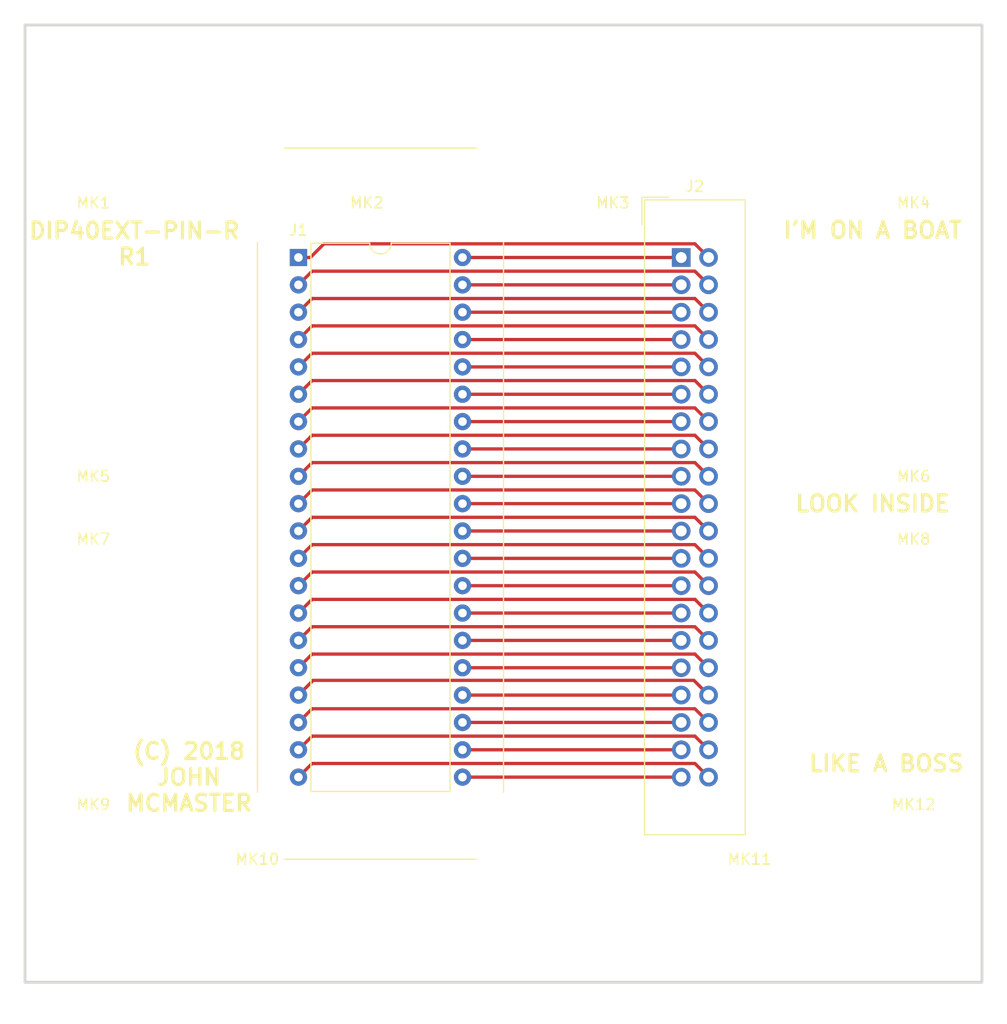
<source format=kicad_pcb>
(kicad_pcb (version 4) (host pcbnew 4.0.7-e2-6376~58~ubuntu16.04.1)

  (general
    (links 40)
    (no_connects 0)
    (area 22.922599 22.922599 116.777401 118.3774)
    (thickness 1.6)
    (drawings 9)
    (tracks 99)
    (zones 0)
    (modules 14)
    (nets 41)
  )

  (page A4)
  (layers
    (0 F.Cu signal)
    (31 B.Cu signal)
    (32 B.Adhes user)
    (33 F.Adhes user)
    (34 B.Paste user)
    (35 F.Paste user)
    (36 B.SilkS user)
    (37 F.SilkS user)
    (38 B.Mask user)
    (39 F.Mask user)
    (40 Dwgs.User user)
    (41 Cmts.User user)
    (42 Eco1.User user)
    (43 Eco2.User user)
    (44 Edge.Cuts user)
    (45 Margin user)
    (46 B.CrtYd user)
    (47 F.CrtYd user)
    (48 B.Fab user)
    (49 F.Fab user)
  )

  (setup
    (last_trace_width 0.3048)
    (trace_clearance 0.1524)
    (zone_clearance 0.508)
    (zone_45_only no)
    (trace_min 0.1524)
    (segment_width 0.2)
    (edge_width 0.00254)
    (via_size 0.6858)
    (via_drill 0.3302)
    (via_min_size 0.508)
    (via_min_drill 0.254)
    (uvia_size 0.6858)
    (uvia_drill 0.3302)
    (uvias_allowed no)
    (uvia_min_size 0)
    (uvia_min_drill 0)
    (pcb_text_width 0.3)
    (pcb_text_size 1.5 1.5)
    (mod_edge_width 0.15)
    (mod_text_size 1 1)
    (mod_text_width 0.15)
    (pad_size 3.175 3.175)
    (pad_drill 3.175)
    (pad_to_mask_clearance 0)
    (aux_axis_origin 0 0)
    (visible_elements 7FFFFFFF)
    (pcbplotparams
      (layerselection 0x010f0_80000001)
      (usegerberextensions false)
      (excludeedgelayer true)
      (linewidth 0.100000)
      (plotframeref false)
      (viasonmask false)
      (mode 1)
      (useauxorigin false)
      (hpglpennumber 1)
      (hpglpenspeed 20)
      (hpglpendiameter 15)
      (hpglpenoverlay 2)
      (psnegative false)
      (psa4output false)
      (plotreference true)
      (plotvalue true)
      (plotinvisibletext false)
      (padsonsilk false)
      (subtractmaskfromsilk false)
      (outputformat 1)
      (mirror false)
      (drillshape 0)
      (scaleselection 1)
      (outputdirectory dipext-pin-r_r1))
  )

  (net 0 "")
  (net 1 /P1)
  (net 2 /P21)
  (net 3 /P2)
  (net 4 /P22)
  (net 5 /P3)
  (net 6 /P23)
  (net 7 /P4)
  (net 8 /P24)
  (net 9 /P5)
  (net 10 /P25)
  (net 11 /P6)
  (net 12 /P26)
  (net 13 /P7)
  (net 14 /P27)
  (net 15 /P8)
  (net 16 /P28)
  (net 17 /P9)
  (net 18 /P29)
  (net 19 /P10)
  (net 20 /P30)
  (net 21 /P11)
  (net 22 /P31)
  (net 23 /P12)
  (net 24 /P32)
  (net 25 /P13)
  (net 26 /P33)
  (net 27 /P14)
  (net 28 /P34)
  (net 29 /P15)
  (net 30 /P35)
  (net 31 /P16)
  (net 32 /P36)
  (net 33 /P17)
  (net 34 /P37)
  (net 35 /P18)
  (net 36 /P38)
  (net 37 /P19)
  (net 38 /P39)
  (net 39 /P20)
  (net 40 /P40)

  (net_class Default "To jest domyślna klasa połączeń."
    (clearance 0.1524)
    (trace_width 0.3048)
    (via_dia 0.6858)
    (via_drill 0.3302)
    (uvia_dia 0.6858)
    (uvia_drill 0.3302)
    (add_net /P1)
    (add_net /P10)
    (add_net /P11)
    (add_net /P12)
    (add_net /P13)
    (add_net /P14)
    (add_net /P15)
    (add_net /P16)
    (add_net /P17)
    (add_net /P18)
    (add_net /P19)
    (add_net /P2)
    (add_net /P20)
    (add_net /P21)
    (add_net /P22)
    (add_net /P23)
    (add_net /P24)
    (add_net /P25)
    (add_net /P26)
    (add_net /P27)
    (add_net /P28)
    (add_net /P29)
    (add_net /P3)
    (add_net /P30)
    (add_net /P31)
    (add_net /P32)
    (add_net /P33)
    (add_net /P34)
    (add_net /P35)
    (add_net /P36)
    (add_net /P37)
    (add_net /P38)
    (add_net /P39)
    (add_net /P4)
    (add_net /P40)
    (add_net /P5)
    (add_net /P6)
    (add_net /P7)
    (add_net /P8)
    (add_net /P9)
  )

  (module Mounting_Holes:MountingHole_8.4mm_M8 (layer F.Cu) (tedit 5B73A4D4) (tstamp 5B73A484)
    (at 82.55 107.95)
    (descr "Mounting Hole 8.4mm, no annular, M8")
    (tags "mounting hole 8.4mm no annular m8")
    (path /5B73A7D6)
    (attr virtual)
    (fp_text reference MK11 (at 10.16 -5.08) (layer F.SilkS)
      (effects (font (size 1 1) (thickness 0.15)))
    )
    (fp_text value Mounting_Hole (at 0 9.4) (layer F.Fab)
      (effects (font (size 1 1) (thickness 0.15)))
    )
    (fp_text user %R (at 0.3 0) (layer F.Fab)
      (effects (font (size 1 1) (thickness 0.15)))
    )
    (fp_circle (center 0 0) (end 8.4 0) (layer Cmts.User) (width 0.15))
    (fp_circle (center 0 0) (end 8.65 0) (layer F.CrtYd) (width 0.05))
    (pad 1 np_thru_hole circle (at 0 0) (size 8.4 8.4) (drill 8.4) (layers *.Cu *.Mask))
  )

  (module Mounting_Holes:MountingHole_8.4mm_M8 (layer F.Cu) (tedit 5B73A4D0) (tstamp 5B73A480)
    (at 57.15 107.95)
    (descr "Mounting Hole 8.4mm, no annular, M8")
    (tags "mounting hole 8.4mm no annular m8")
    (path /5B73A7D0)
    (attr virtual)
    (fp_text reference MK10 (at -10.16 -5.08) (layer F.SilkS)
      (effects (font (size 1 1) (thickness 0.15)))
    )
    (fp_text value Mounting_Hole (at 0 9.4) (layer F.Fab)
      (effects (font (size 1 1) (thickness 0.15)))
    )
    (fp_text user %R (at 0.3 0) (layer F.Fab)
      (effects (font (size 1 1) (thickness 0.15)))
    )
    (fp_circle (center 0 0) (end 8.4 0) (layer Cmts.User) (width 0.15))
    (fp_circle (center 0 0) (end 8.65 0) (layer F.CrtYd) (width 0.05))
    (pad 1 np_thru_hole circle (at 0 0) (size 8.4 8.4) (drill 8.4) (layers *.Cu *.Mask))
  )

  (module Mounting_Holes:MountingHole_8.4mm_M8 (layer F.Cu) (tedit 56D1B4CB) (tstamp 5B73A466)
    (at 107.95 82.55)
    (descr "Mounting Hole 8.4mm, no annular, M8")
    (tags "mounting hole 8.4mm no annular m8")
    (path /5B73A526)
    (attr virtual)
    (fp_text reference MK8 (at 0 -9.4) (layer F.SilkS)
      (effects (font (size 1 1) (thickness 0.15)))
    )
    (fp_text value Mounting_Hole (at 0 9.4) (layer F.Fab)
      (effects (font (size 1 1) (thickness 0.15)))
    )
    (fp_text user %R (at 0.3 0) (layer F.Fab)
      (effects (font (size 1 1) (thickness 0.15)))
    )
    (fp_circle (center 0 0) (end 8.4 0) (layer Cmts.User) (width 0.15))
    (fp_circle (center 0 0) (end 8.65 0) (layer F.CrtYd) (width 0.05))
    (pad 1 np_thru_hole circle (at 0 0) (size 8.4 8.4) (drill 8.4) (layers *.Cu *.Mask))
  )

  (module Mounting_Holes:MountingHole_8.4mm_M8 (layer F.Cu) (tedit 5B73A4BD) (tstamp 5B73A462)
    (at 107.95 57.15)
    (descr "Mounting Hole 8.4mm, no annular, M8")
    (tags "mounting hole 8.4mm no annular m8")
    (path /5B73A51A)
    (attr virtual)
    (fp_text reference MK6 (at 0 10.16) (layer F.SilkS)
      (effects (font (size 1 1) (thickness 0.15)))
    )
    (fp_text value Mounting_Hole (at 0 9.4) (layer F.Fab)
      (effects (font (size 1 1) (thickness 0.15)))
    )
    (fp_text user %R (at 0.3 0) (layer F.Fab)
      (effects (font (size 1 1) (thickness 0.15)))
    )
    (fp_circle (center 0 0) (end 8.4 0) (layer Cmts.User) (width 0.15))
    (fp_circle (center 0 0) (end 8.65 0) (layer F.CrtYd) (width 0.05))
    (pad 1 np_thru_hole circle (at 0 0) (size 8.4 8.4) (drill 8.4) (layers *.Cu *.Mask))
  )

  (module lib:aries_40-6554-10_DIP-40_W15.24mm_ZIF (layer F.Cu) (tedit 5B738C49) (tstamp 5B69CD01)
    (at 50.8 46.99)
    (descr "40-lead though-hole mounted DIP package, row spacing 15.24 mm (600 mils), Socket")
    (tags "THT DIP DIL PDIP 2.54mm 15.24mm 600mil Socket")
    (path /5B698498)
    (fp_text reference J1 (at 0 -2.54) (layer F.SilkS)
      (effects (font (size 1 1) (thickness 0.15)))
    )
    (fp_text value ZIF (at 7.62 50.59) (layer F.Fab)
      (effects (font (size 1 1) (thickness 0.15)))
    )
    (fp_arc (start 7.62 -1.33) (end 6.62 -1.33) (angle -180) (layer F.SilkS) (width 0.12))
    (fp_line (start 1.255 -1.27) (end 14.985 -1.27) (layer F.Fab) (width 0.1))
    (fp_line (start 14.985 -1.27) (end 14.985 49.53) (layer F.Fab) (width 0.1))
    (fp_line (start 14.985 49.53) (end 0.255 49.53) (layer F.Fab) (width 0.1))
    (fp_line (start 0.255 49.53) (end 0.255 -0.27) (layer F.Fab) (width 0.1))
    (fp_line (start 0.255 -0.27) (end 1.255 -1.27) (layer F.Fab) (width 0.1))
    (fp_line (start -1.27 -1.33) (end -1.27 49.59) (layer F.Fab) (width 0.1))
    (fp_line (start -1.27 49.59) (end 16.51 49.59) (layer F.Fab) (width 0.1))
    (fp_line (start 16.51 49.59) (end 16.51 -1.33) (layer F.Fab) (width 0.1))
    (fp_line (start 16.51 -1.33) (end -1.27 -1.33) (layer F.Fab) (width 0.1))
    (fp_line (start 6.62 -1.33) (end 1.16 -1.33) (layer F.SilkS) (width 0.12))
    (fp_line (start 1.16 -1.33) (end 1.16 49.59) (layer F.SilkS) (width 0.12))
    (fp_line (start 1.16 49.59) (end 14.08 49.59) (layer F.SilkS) (width 0.12))
    (fp_line (start 14.08 49.59) (end 14.08 -1.33) (layer F.SilkS) (width 0.12))
    (fp_line (start 14.08 -1.33) (end 8.62 -1.33) (layer F.SilkS) (width 0.12))
    (fp_line (start -3.81 -1.39) (end -3.81 49.65) (layer F.SilkS) (width 0.12))
    (fp_line (start -1.33 55.88) (end 16.57 55.88) (layer F.SilkS) (width 0.12))
    (fp_line (start 19.05 49.65) (end 19.05 -1.39) (layer F.SilkS) (width 0.12))
    (fp_line (start 16.57 -10.16) (end -1.33 -10.16) (layer F.SilkS) (width 0.12))
    (fp_line (start -1.55 -1.6) (end -1.55 49.85) (layer F.CrtYd) (width 0.05))
    (fp_line (start -1.55 49.85) (end 16.8 49.85) (layer F.CrtYd) (width 0.05))
    (fp_line (start 16.8 49.85) (end 16.8 -1.6) (layer F.CrtYd) (width 0.05))
    (fp_line (start 16.8 -1.6) (end -1.55 -1.6) (layer F.CrtYd) (width 0.05))
    (fp_text user %R (at 7.62 24.13) (layer F.Fab)
      (effects (font (size 1 1) (thickness 0.15)))
    )
    (pad 1 thru_hole rect (at 0 0) (size 1.6 1.6) (drill 0.8) (layers *.Cu *.Mask)
      (net 1 /P1))
    (pad 21 thru_hole oval (at 15.24 48.26) (size 1.6 1.6) (drill 0.8) (layers *.Cu *.Mask)
      (net 2 /P21))
    (pad 2 thru_hole oval (at 0 2.54) (size 1.6 1.6) (drill 0.8) (layers *.Cu *.Mask)
      (net 3 /P2))
    (pad 22 thru_hole oval (at 15.24 45.72) (size 1.6 1.6) (drill 0.8) (layers *.Cu *.Mask)
      (net 4 /P22))
    (pad 3 thru_hole oval (at 0 5.08) (size 1.6 1.6) (drill 0.8) (layers *.Cu *.Mask)
      (net 5 /P3))
    (pad 23 thru_hole oval (at 15.24 43.18) (size 1.6 1.6) (drill 0.8) (layers *.Cu *.Mask)
      (net 6 /P23))
    (pad 4 thru_hole oval (at 0 7.62) (size 1.6 1.6) (drill 0.8) (layers *.Cu *.Mask)
      (net 7 /P4))
    (pad 24 thru_hole oval (at 15.24 40.64) (size 1.6 1.6) (drill 0.8) (layers *.Cu *.Mask)
      (net 8 /P24))
    (pad 5 thru_hole oval (at 0 10.16) (size 1.6 1.6) (drill 0.8) (layers *.Cu *.Mask)
      (net 9 /P5))
    (pad 25 thru_hole oval (at 15.24 38.1) (size 1.6 1.6) (drill 0.8) (layers *.Cu *.Mask)
      (net 10 /P25))
    (pad 6 thru_hole oval (at 0 12.7) (size 1.6 1.6) (drill 0.8) (layers *.Cu *.Mask)
      (net 11 /P6))
    (pad 26 thru_hole oval (at 15.24 35.56) (size 1.6 1.6) (drill 0.8) (layers *.Cu *.Mask)
      (net 12 /P26))
    (pad 7 thru_hole oval (at 0 15.24) (size 1.6 1.6) (drill 0.8) (layers *.Cu *.Mask)
      (net 13 /P7))
    (pad 27 thru_hole oval (at 15.24 33.02) (size 1.6 1.6) (drill 0.8) (layers *.Cu *.Mask)
      (net 14 /P27))
    (pad 8 thru_hole oval (at 0 17.78) (size 1.6 1.6) (drill 0.8) (layers *.Cu *.Mask)
      (net 15 /P8))
    (pad 28 thru_hole oval (at 15.24 30.48) (size 1.6 1.6) (drill 0.8) (layers *.Cu *.Mask)
      (net 16 /P28))
    (pad 9 thru_hole oval (at 0 20.32) (size 1.6 1.6) (drill 0.8) (layers *.Cu *.Mask)
      (net 17 /P9))
    (pad 29 thru_hole oval (at 15.24 27.94) (size 1.6 1.6) (drill 0.8) (layers *.Cu *.Mask)
      (net 18 /P29))
    (pad 10 thru_hole oval (at 0 22.86) (size 1.6 1.6) (drill 0.8) (layers *.Cu *.Mask)
      (net 19 /P10))
    (pad 30 thru_hole oval (at 15.24 25.4) (size 1.6 1.6) (drill 0.8) (layers *.Cu *.Mask)
      (net 20 /P30))
    (pad 11 thru_hole oval (at 0 25.4) (size 1.6 1.6) (drill 0.8) (layers *.Cu *.Mask)
      (net 21 /P11))
    (pad 31 thru_hole oval (at 15.24 22.86) (size 1.6 1.6) (drill 0.8) (layers *.Cu *.Mask)
      (net 22 /P31))
    (pad 12 thru_hole oval (at 0 27.94) (size 1.6 1.6) (drill 0.8) (layers *.Cu *.Mask)
      (net 23 /P12))
    (pad 32 thru_hole oval (at 15.24 20.32) (size 1.6 1.6) (drill 0.8) (layers *.Cu *.Mask)
      (net 24 /P32))
    (pad 13 thru_hole oval (at 0 30.48) (size 1.6 1.6) (drill 0.8) (layers *.Cu *.Mask)
      (net 25 /P13))
    (pad 33 thru_hole oval (at 15.24 17.78) (size 1.6 1.6) (drill 0.8) (layers *.Cu *.Mask)
      (net 26 /P33))
    (pad 14 thru_hole oval (at 0 33.02) (size 1.6 1.6) (drill 0.8) (layers *.Cu *.Mask)
      (net 27 /P14))
    (pad 34 thru_hole oval (at 15.24 15.24) (size 1.6 1.6) (drill 0.8) (layers *.Cu *.Mask)
      (net 28 /P34))
    (pad 15 thru_hole oval (at 0 35.56) (size 1.6 1.6) (drill 0.8) (layers *.Cu *.Mask)
      (net 29 /P15))
    (pad 35 thru_hole oval (at 15.24 12.7) (size 1.6 1.6) (drill 0.8) (layers *.Cu *.Mask)
      (net 30 /P35))
    (pad 16 thru_hole oval (at 0 38.1) (size 1.6 1.6) (drill 0.8) (layers *.Cu *.Mask)
      (net 31 /P16))
    (pad 36 thru_hole oval (at 15.24 10.16) (size 1.6 1.6) (drill 0.8) (layers *.Cu *.Mask)
      (net 32 /P36))
    (pad 17 thru_hole oval (at 0 40.64) (size 1.6 1.6) (drill 0.8) (layers *.Cu *.Mask)
      (net 33 /P17))
    (pad 37 thru_hole oval (at 15.24 7.62) (size 1.6 1.6) (drill 0.8) (layers *.Cu *.Mask)
      (net 34 /P37))
    (pad 18 thru_hole oval (at 0 43.18) (size 1.6 1.6) (drill 0.8) (layers *.Cu *.Mask)
      (net 35 /P18))
    (pad 38 thru_hole oval (at 15.24 5.08) (size 1.6 1.6) (drill 0.8) (layers *.Cu *.Mask)
      (net 36 /P38))
    (pad 19 thru_hole oval (at 0 45.72) (size 1.6 1.6) (drill 0.8) (layers *.Cu *.Mask)
      (net 37 /P19))
    (pad 39 thru_hole oval (at 15.24 2.54) (size 1.6 1.6) (drill 0.8) (layers *.Cu *.Mask)
      (net 38 /P39))
    (pad 20 thru_hole oval (at 0 48.26) (size 1.6 1.6) (drill 0.8) (layers *.Cu *.Mask)
      (net 39 /P20))
    (pad 40 thru_hole oval (at 15.24 0) (size 1.6 1.6) (drill 0.8) (layers *.Cu *.Mask)
      (net 40 /P40))
    (model ${KISYS3DMOD}/Housings_DIP.3dshapes/DIP-40_W15.24mm_Socket.wrl
      (at (xyz 0 0 0))
      (scale (xyz 1 1 1))
      (rotate (xyz 0 0 0))
    )
  )

  (module Mounting_Holes:MountingHole_8.4mm_M8 (layer F.Cu) (tedit 56D1B4CB) (tstamp 5B738F30)
    (at 31.75 31.75)
    (descr "Mounting Hole 8.4mm, no annular, M8")
    (tags "mounting hole 8.4mm no annular m8")
    (path /5B7391AD)
    (attr virtual)
    (fp_text reference MK1 (at 0 10.16) (layer F.SilkS)
      (effects (font (size 1 1) (thickness 0.15)))
    )
    (fp_text value Mounting_Hole (at 0 9.4) (layer F.Fab)
      (effects (font (size 1 1) (thickness 0.15)))
    )
    (fp_text user %R (at 0.3 0) (layer F.Fab)
      (effects (font (size 1 1) (thickness 0.15)))
    )
    (fp_circle (center 0 0) (end 8.4 0) (layer Cmts.User) (width 0.15))
    (fp_circle (center 0 0) (end 8.65 0) (layer F.CrtYd) (width 0.05))
    (pad 1 np_thru_hole circle (at 0 0) (size 8.4 8.4) (drill 8.4) (layers *.Cu *.Mask))
  )

  (module Mounting_Holes:MountingHole_8.4mm_M8 (layer F.Cu) (tedit 5B73A41E) (tstamp 5B738F35)
    (at 107.95 31.75)
    (descr "Mounting Hole 8.4mm, no annular, M8")
    (tags "mounting hole 8.4mm no annular m8")
    (path /5B739268)
    (attr virtual)
    (fp_text reference MK4 (at 0 10.16) (layer F.SilkS)
      (effects (font (size 1 1) (thickness 0.15)))
    )
    (fp_text value Mounting_Hole (at 0 9.4) (layer F.Fab)
      (effects (font (size 1 1) (thickness 0.15)))
    )
    (fp_text user %R (at 0.3 0) (layer F.Fab)
      (effects (font (size 1 1) (thickness 0.15)))
    )
    (fp_circle (center 0 0) (end 8.4 0) (layer Cmts.User) (width 0.15))
    (fp_circle (center 0 0) (end 8.65 0) (layer F.CrtYd) (width 0.05))
    (pad 1 np_thru_hole circle (at 0 0) (size 8.4 8.4) (drill 8.4) (layers *.Cu *.Mask))
  )

  (module Mounting_Holes:MountingHole_8.4mm_M8 (layer F.Cu) (tedit 5B73A4CC) (tstamp 5B738F3A)
    (at 31.75 107.95)
    (descr "Mounting Hole 8.4mm, no annular, M8")
    (tags "mounting hole 8.4mm no annular m8")
    (path /5B73A7CA)
    (attr virtual)
    (fp_text reference MK9 (at 0 -10.16) (layer F.SilkS)
      (effects (font (size 1 1) (thickness 0.15)))
    )
    (fp_text value Mounting_Hole (at 0 9.4) (layer F.Fab)
      (effects (font (size 1 1) (thickness 0.15)))
    )
    (fp_text user %R (at 0.3 0) (layer F.Fab)
      (effects (font (size 1 1) (thickness 0.15)))
    )
    (fp_circle (center 0 0) (end 8.4 0) (layer Cmts.User) (width 0.15))
    (fp_circle (center 0 0) (end 8.65 0) (layer F.CrtYd) (width 0.05))
    (pad 1 np_thru_hole circle (at 0 0) (size 8.4 8.4) (drill 8.4) (layers *.Cu *.Mask))
  )

  (module Mounting_Holes:MountingHole_8.4mm_M8 (layer F.Cu) (tedit 5B73A4D8) (tstamp 5B738F3F)
    (at 107.95 107.95)
    (descr "Mounting Hole 8.4mm, no annular, M8")
    (tags "mounting hole 8.4mm no annular m8")
    (path /5B73A7DC)
    (attr virtual)
    (fp_text reference MK12 (at 0 -10.16) (layer F.SilkS)
      (effects (font (size 1 1) (thickness 0.15)))
    )
    (fp_text value Mounting_Hole (at 0 9.4) (layer F.Fab)
      (effects (font (size 1 1) (thickness 0.15)))
    )
    (fp_text user %R (at 0.3 0) (layer F.Fab)
      (effects (font (size 1 1) (thickness 0.15)))
    )
    (fp_circle (center 0 0) (end 8.4 0) (layer Cmts.User) (width 0.15))
    (fp_circle (center 0 0) (end 8.65 0) (layer F.CrtYd) (width 0.05))
    (pad 1 np_thru_hole circle (at 0 0) (size 8.4 8.4) (drill 8.4) (layers *.Cu *.Mask))
  )

  (module Connectors_IDC:IDC-Header_2x20_Pitch2.54mm_Straight (layer F.Cu) (tedit 59DE12BE) (tstamp 5B739DD2)
    (at 86.36 46.99)
    (descr "40 pins through hole IDC header")
    (tags "IDC header socket VASCH")
    (path /5B73A17E)
    (fp_text reference J2 (at 1.27 -6.604) (layer F.SilkS)
      (effects (font (size 1 1) (thickness 0.15)))
    )
    (fp_text value IDC40 (at 1.27 54.864) (layer F.Fab)
      (effects (font (size 1 1) (thickness 0.15)))
    )
    (fp_text user %R (at 1.27 24.13) (layer F.Fab)
      (effects (font (size 1 1) (thickness 0.15)))
    )
    (fp_line (start 5.695 -5.1) (end 5.695 53.36) (layer F.Fab) (width 0.1))
    (fp_line (start 5.145 -4.56) (end 5.145 52.8) (layer F.Fab) (width 0.1))
    (fp_line (start -3.155 -5.1) (end -3.155 53.36) (layer F.Fab) (width 0.1))
    (fp_line (start -2.605 -4.56) (end -2.605 21.88) (layer F.Fab) (width 0.1))
    (fp_line (start -2.605 26.38) (end -2.605 52.8) (layer F.Fab) (width 0.1))
    (fp_line (start -2.605 21.88) (end -3.155 21.88) (layer F.Fab) (width 0.1))
    (fp_line (start -2.605 26.38) (end -3.155 26.38) (layer F.Fab) (width 0.1))
    (fp_line (start 5.695 -5.1) (end -3.155 -5.1) (layer F.Fab) (width 0.1))
    (fp_line (start 5.145 -4.56) (end -2.605 -4.56) (layer F.Fab) (width 0.1))
    (fp_line (start 5.695 53.36) (end -3.155 53.36) (layer F.Fab) (width 0.1))
    (fp_line (start 5.145 52.8) (end -2.605 52.8) (layer F.Fab) (width 0.1))
    (fp_line (start 5.695 -5.1) (end 5.145 -4.56) (layer F.Fab) (width 0.1))
    (fp_line (start 5.695 53.36) (end 5.145 52.8) (layer F.Fab) (width 0.1))
    (fp_line (start -3.155 -5.1) (end -2.605 -4.56) (layer F.Fab) (width 0.1))
    (fp_line (start -3.155 53.36) (end -2.605 52.8) (layer F.Fab) (width 0.1))
    (fp_line (start 6.2 -5.85) (end 6.2 53.86) (layer F.CrtYd) (width 0.05))
    (fp_line (start 6.2 53.86) (end -3.91 53.86) (layer F.CrtYd) (width 0.05))
    (fp_line (start -3.91 53.86) (end -3.91 -5.85) (layer F.CrtYd) (width 0.05))
    (fp_line (start -3.91 -5.85) (end 6.2 -5.85) (layer F.CrtYd) (width 0.05))
    (fp_line (start 5.945 -5.35) (end 5.945 53.61) (layer F.SilkS) (width 0.12))
    (fp_line (start 5.945 53.61) (end -3.405 53.61) (layer F.SilkS) (width 0.12))
    (fp_line (start -3.405 53.61) (end -3.405 -5.35) (layer F.SilkS) (width 0.12))
    (fp_line (start -3.405 -5.35) (end 5.945 -5.35) (layer F.SilkS) (width 0.12))
    (fp_line (start -3.655 -5.6) (end -3.655 -3.06) (layer F.SilkS) (width 0.12))
    (fp_line (start -3.655 -5.6) (end -1.115 -5.6) (layer F.SilkS) (width 0.12))
    (pad 1 thru_hole rect (at 0 0) (size 1.7272 1.7272) (drill 1.016) (layers *.Cu *.Mask)
      (net 40 /P40))
    (pad 2 thru_hole oval (at 2.54 0) (size 1.7272 1.7272) (drill 1.016) (layers *.Cu *.Mask)
      (net 1 /P1))
    (pad 3 thru_hole oval (at 0 2.54) (size 1.7272 1.7272) (drill 1.016) (layers *.Cu *.Mask)
      (net 38 /P39))
    (pad 4 thru_hole oval (at 2.54 2.54) (size 1.7272 1.7272) (drill 1.016) (layers *.Cu *.Mask)
      (net 3 /P2))
    (pad 5 thru_hole oval (at 0 5.08) (size 1.7272 1.7272) (drill 1.016) (layers *.Cu *.Mask)
      (net 36 /P38))
    (pad 6 thru_hole oval (at 2.54 5.08) (size 1.7272 1.7272) (drill 1.016) (layers *.Cu *.Mask)
      (net 5 /P3))
    (pad 7 thru_hole oval (at 0 7.62) (size 1.7272 1.7272) (drill 1.016) (layers *.Cu *.Mask)
      (net 34 /P37))
    (pad 8 thru_hole oval (at 2.54 7.62) (size 1.7272 1.7272) (drill 1.016) (layers *.Cu *.Mask)
      (net 7 /P4))
    (pad 9 thru_hole oval (at 0 10.16) (size 1.7272 1.7272) (drill 1.016) (layers *.Cu *.Mask)
      (net 32 /P36))
    (pad 10 thru_hole oval (at 2.54 10.16) (size 1.7272 1.7272) (drill 1.016) (layers *.Cu *.Mask)
      (net 9 /P5))
    (pad 11 thru_hole oval (at 0 12.7) (size 1.7272 1.7272) (drill 1.016) (layers *.Cu *.Mask)
      (net 30 /P35))
    (pad 12 thru_hole oval (at 2.54 12.7) (size 1.7272 1.7272) (drill 1.016) (layers *.Cu *.Mask)
      (net 11 /P6))
    (pad 13 thru_hole oval (at 0 15.24) (size 1.7272 1.7272) (drill 1.016) (layers *.Cu *.Mask)
      (net 28 /P34))
    (pad 14 thru_hole oval (at 2.54 15.24) (size 1.7272 1.7272) (drill 1.016) (layers *.Cu *.Mask)
      (net 13 /P7))
    (pad 15 thru_hole oval (at 0 17.78) (size 1.7272 1.7272) (drill 1.016) (layers *.Cu *.Mask)
      (net 26 /P33))
    (pad 16 thru_hole oval (at 2.54 17.78) (size 1.7272 1.7272) (drill 1.016) (layers *.Cu *.Mask)
      (net 15 /P8))
    (pad 17 thru_hole oval (at 0 20.32) (size 1.7272 1.7272) (drill 1.016) (layers *.Cu *.Mask)
      (net 24 /P32))
    (pad 18 thru_hole oval (at 2.54 20.32) (size 1.7272 1.7272) (drill 1.016) (layers *.Cu *.Mask)
      (net 17 /P9))
    (pad 19 thru_hole oval (at 0 22.86) (size 1.7272 1.7272) (drill 1.016) (layers *.Cu *.Mask)
      (net 22 /P31))
    (pad 20 thru_hole oval (at 2.54 22.86) (size 1.7272 1.7272) (drill 1.016) (layers *.Cu *.Mask)
      (net 19 /P10))
    (pad 21 thru_hole oval (at 0 25.4) (size 1.7272 1.7272) (drill 1.016) (layers *.Cu *.Mask)
      (net 20 /P30))
    (pad 22 thru_hole oval (at 2.54 25.4) (size 1.7272 1.7272) (drill 1.016) (layers *.Cu *.Mask)
      (net 21 /P11))
    (pad 23 thru_hole oval (at 0 27.94) (size 1.7272 1.7272) (drill 1.016) (layers *.Cu *.Mask)
      (net 18 /P29))
    (pad 24 thru_hole oval (at 2.54 27.94) (size 1.7272 1.7272) (drill 1.016) (layers *.Cu *.Mask)
      (net 23 /P12))
    (pad 25 thru_hole oval (at 0 30.48) (size 1.7272 1.7272) (drill 1.016) (layers *.Cu *.Mask)
      (net 16 /P28))
    (pad 26 thru_hole oval (at 2.54 30.48) (size 1.7272 1.7272) (drill 1.016) (layers *.Cu *.Mask)
      (net 25 /P13))
    (pad 27 thru_hole oval (at 0 33.02) (size 1.7272 1.7272) (drill 1.016) (layers *.Cu *.Mask)
      (net 14 /P27))
    (pad 28 thru_hole oval (at 2.54 33.02) (size 1.7272 1.7272) (drill 1.016) (layers *.Cu *.Mask)
      (net 27 /P14))
    (pad 29 thru_hole oval (at 0 35.56) (size 1.7272 1.7272) (drill 1.016) (layers *.Cu *.Mask)
      (net 12 /P26))
    (pad 30 thru_hole oval (at 2.54 35.56) (size 1.7272 1.7272) (drill 1.016) (layers *.Cu *.Mask)
      (net 29 /P15))
    (pad 31 thru_hole oval (at 0 38.1) (size 1.7272 1.7272) (drill 1.016) (layers *.Cu *.Mask)
      (net 10 /P25))
    (pad 32 thru_hole oval (at 2.54 38.1) (size 1.7272 1.7272) (drill 1.016) (layers *.Cu *.Mask)
      (net 31 /P16))
    (pad 33 thru_hole oval (at 0 40.64) (size 1.7272 1.7272) (drill 1.016) (layers *.Cu *.Mask)
      (net 8 /P24))
    (pad 34 thru_hole oval (at 2.54 40.64) (size 1.7272 1.7272) (drill 1.016) (layers *.Cu *.Mask)
      (net 33 /P17))
    (pad 35 thru_hole oval (at 0 43.18) (size 1.7272 1.7272) (drill 1.016) (layers *.Cu *.Mask)
      (net 6 /P23))
    (pad 36 thru_hole oval (at 2.54 43.18) (size 1.7272 1.7272) (drill 1.016) (layers *.Cu *.Mask)
      (net 35 /P18))
    (pad 37 thru_hole oval (at 0 45.72) (size 1.7272 1.7272) (drill 1.016) (layers *.Cu *.Mask)
      (net 4 /P22))
    (pad 38 thru_hole oval (at 2.54 45.72) (size 1.7272 1.7272) (drill 1.016) (layers *.Cu *.Mask)
      (net 37 /P19))
    (pad 39 thru_hole oval (at 0 48.26) (size 1.7272 1.7272) (drill 1.016) (layers *.Cu *.Mask)
      (net 2 /P21))
    (pad 40 thru_hole oval (at 2.54 48.26) (size 1.7272 1.7272) (drill 1.016) (layers *.Cu *.Mask)
      (net 39 /P20))
    (model ${KISYS3DMOD}/Connectors_IDC.3dshapes/IDC-Header_2x20_Pitch2.54mm_Straight.wrl
      (at (xyz 0 0 0))
      (scale (xyz 1 1 1))
      (rotate (xyz 0 0 0))
    )
  )

  (module Mounting_Holes:MountingHole_8.4mm_M8 (layer F.Cu) (tedit 5B73A419) (tstamp 5B73A3CB)
    (at 82.55 31.75)
    (descr "Mounting Hole 8.4mm, no annular, M8")
    (tags "mounting hole 8.4mm no annular m8")
    (path /5B739245)
    (attr virtual)
    (fp_text reference MK3 (at -2.54 10.16) (layer F.SilkS)
      (effects (font (size 1 1) (thickness 0.15)))
    )
    (fp_text value Mounting_Hole (at 0 9.4) (layer F.Fab)
      (effects (font (size 1 1) (thickness 0.15)))
    )
    (fp_text user %R (at 0.3 0) (layer F.Fab)
      (effects (font (size 1 1) (thickness 0.15)))
    )
    (fp_circle (center 0 0) (end 8.4 0) (layer Cmts.User) (width 0.15))
    (fp_circle (center 0 0) (end 8.65 0) (layer F.CrtYd) (width 0.05))
    (pad 1 np_thru_hole circle (at 0 0) (size 8.4 8.4) (drill 8.4) (layers *.Cu *.Mask))
  )

  (module Mounting_Holes:MountingHole_8.4mm_M8 (layer F.Cu) (tedit 5B73A413) (tstamp 5B73A3D0)
    (at 57.15 31.75)
    (descr "Mounting Hole 8.4mm, no annular, M8")
    (tags "mounting hole 8.4mm no annular m8")
    (path /5B739211)
    (attr virtual)
    (fp_text reference MK2 (at 0 10.16) (layer F.SilkS)
      (effects (font (size 1 1) (thickness 0.15)))
    )
    (fp_text value Mounting_Hole (at 0 9.4) (layer F.Fab)
      (effects (font (size 1 1) (thickness 0.15)))
    )
    (fp_text user %R (at 0.3 0) (layer F.Fab)
      (effects (font (size 1 1) (thickness 0.15)))
    )
    (fp_circle (center 0 0) (end 8.4 0) (layer Cmts.User) (width 0.15))
    (fp_circle (center 0 0) (end 8.65 0) (layer F.CrtYd) (width 0.05))
    (pad 1 np_thru_hole circle (at 0 0) (size 8.4 8.4) (drill 8.4) (layers *.Cu *.Mask))
  )

  (module Mounting_Holes:MountingHole_8.4mm_M8 (layer F.Cu) (tedit 5B73A4AF) (tstamp 5B73A3D5)
    (at 31.75 57.15)
    (descr "Mounting Hole 8.4mm, no annular, M8")
    (tags "mounting hole 8.4mm no annular m8")
    (path /5B73A514)
    (attr virtual)
    (fp_text reference MK5 (at 0 10.16) (layer F.SilkS)
      (effects (font (size 1 1) (thickness 0.15)))
    )
    (fp_text value Mounting_Hole (at 0 9.4) (layer F.Fab)
      (effects (font (size 1 1) (thickness 0.15)))
    )
    (fp_text user %R (at 0.3 0) (layer F.Fab)
      (effects (font (size 1 1) (thickness 0.15)))
    )
    (fp_circle (center 0 0) (end 8.4 0) (layer Cmts.User) (width 0.15))
    (fp_circle (center 0 0) (end 8.65 0) (layer F.CrtYd) (width 0.05))
    (pad 1 np_thru_hole circle (at 0 0) (size 8.4 8.4) (drill 8.4) (layers *.Cu *.Mask))
  )

  (module Mounting_Holes:MountingHole_8.4mm_M8 (layer F.Cu) (tedit 5B73A4C6) (tstamp 5B73A3DA)
    (at 31.75 82.55)
    (descr "Mounting Hole 8.4mm, no annular, M8")
    (tags "mounting hole 8.4mm no annular m8")
    (path /5B73A520)
    (attr virtual)
    (fp_text reference MK7 (at 0 -9.4) (layer F.SilkS)
      (effects (font (size 1 1) (thickness 0.15)))
    )
    (fp_text value Mounting_Hole (at 0 9.4) (layer F.Fab)
      (effects (font (size 1 1) (thickness 0.15)))
    )
    (fp_text user %R (at 0.3 0) (layer F.Fab)
      (effects (font (size 1 1) (thickness 0.15)))
    )
    (fp_circle (center 0 0) (end 8.4 0) (layer Cmts.User) (width 0.15))
    (fp_circle (center 0 0) (end 8.65 0) (layer F.CrtYd) (width 0.05))
    (pad 1 np_thru_hole circle (at 0 0) (size 8.4 8.4) (drill 8.4) (layers *.Cu *.Mask))
  )

  (gr_text "I'M ON A BOAT" (at 104.14 44.45) (layer F.SilkS) (tstamp 5B73A6A4)
    (effects (font (size 1.5 1.5) (thickness 0.3)))
  )
  (gr_text "LOOK INSIDE" (at 104.14 69.85) (layer F.SilkS) (tstamp 5B73A680)
    (effects (font (size 1.5 1.5) (thickness 0.3)))
  )
  (gr_text "LIKE A BOSS" (at 105.41 93.98) (layer F.SilkS) (tstamp 5B73A559)
    (effects (font (size 1.5 1.5) (thickness 0.3)))
  )
  (gr_line (start 25.4 25.4) (end 114.3 25.4) (layer Edge.Cuts) (width 0.254) (tstamp 5B69E0D9))
  (gr_line (start 25.4 114.3) (end 114.3 114.3) (layer Edge.Cuts) (width 0.254) (tstamp 5B69E0D6))
  (gr_line (start 114.3 25.4) (end 114.3 114.3) (layer Edge.Cuts) (width 0.254) (tstamp 5B69E0D3))
  (gr_line (start 25.4 25.4) (end 25.4 114.3) (layer Edge.Cuts) (width 0.254))
  (gr_text "DIP40EXT-PIN-R\nR1" (at 35.56 45.72 360) (layer F.SilkS) (tstamp 5B69E0A6)
    (effects (font (size 1.5 1.5) (thickness 0.3)))
  )
  (gr_text "(C) 2018\nJOHN\nMCMASTER" (at 40.64 95.25) (layer F.SilkS)
    (effects (font (size 1.5 1.5) (thickness 0.3)))
  )

  (segment (start 53.1748 45.72) (end 87.63 45.72) (width 0.3048) (layer F.Cu) (net 1))
  (segment (start 87.63 45.72) (end 88.9 46.99) (width 0.3048) (layer F.Cu) (net 1))
  (segment (start 50.8 46.99) (end 51.9048 46.99) (width 0.3048) (layer F.Cu) (net 1))
  (segment (start 51.9048 46.99) (end 53.1748 45.72) (width 0.3048) (layer F.Cu) (net 1))
  (segment (start 66.04 95.25) (end 86.36 95.25) (width 0.3048) (layer F.Cu) (net 2))
  (segment (start 50.8 49.53) (end 52.07 48.26) (width 0.3048) (layer F.Cu) (net 3))
  (segment (start 52.07 48.26) (end 87.63 48.26) (width 0.3048) (layer F.Cu) (net 3))
  (segment (start 87.63 48.26) (end 88.036401 48.666401) (width 0.3048) (layer F.Cu) (net 3))
  (segment (start 88.036401 48.666401) (end 88.9 49.53) (width 0.3048) (layer F.Cu) (net 3))
  (segment (start 66.04 92.71) (end 86.36 92.71) (width 0.3048) (layer F.Cu) (net 4))
  (segment (start 50.8 52.07) (end 52.07 50.8) (width 0.3048) (layer F.Cu) (net 5))
  (segment (start 52.07 50.8) (end 87.63 50.8) (width 0.3048) (layer F.Cu) (net 5))
  (segment (start 87.63 50.8) (end 88.036401 51.206401) (width 0.3048) (layer F.Cu) (net 5))
  (segment (start 88.036401 51.206401) (end 88.9 52.07) (width 0.3048) (layer F.Cu) (net 5))
  (segment (start 66.04 90.17) (end 86.36 90.17) (width 0.3048) (layer F.Cu) (net 6))
  (segment (start 50.8 54.61) (end 52.07 53.34) (width 0.3048) (layer F.Cu) (net 7))
  (segment (start 52.07 53.34) (end 87.63 53.34) (width 0.3048) (layer F.Cu) (net 7))
  (segment (start 87.63 53.34) (end 88.036401 53.746401) (width 0.3048) (layer F.Cu) (net 7))
  (segment (start 88.036401 53.746401) (end 88.9 54.61) (width 0.3048) (layer F.Cu) (net 7))
  (segment (start 66.04 87.63) (end 86.36 87.63) (width 0.3048) (layer F.Cu) (net 8))
  (segment (start 50.8 57.15) (end 52.07 55.88) (width 0.3048) (layer F.Cu) (net 9))
  (segment (start 87.63 55.88) (end 88.036401 56.286401) (width 0.3048) (layer F.Cu) (net 9))
  (segment (start 52.07 55.88) (end 87.63 55.88) (width 0.3048) (layer F.Cu) (net 9))
  (segment (start 88.036401 56.286401) (end 88.9 57.15) (width 0.3048) (layer F.Cu) (net 9))
  (segment (start 66.04 85.09) (end 86.36 85.09) (width 0.3048) (layer F.Cu) (net 10))
  (segment (start 50.8 59.69) (end 52.07 58.42) (width 0.3048) (layer F.Cu) (net 11))
  (segment (start 52.07 58.42) (end 87.63 58.42) (width 0.3048) (layer F.Cu) (net 11))
  (segment (start 87.63 58.42) (end 88.036401 58.826401) (width 0.3048) (layer F.Cu) (net 11))
  (segment (start 88.036401 58.826401) (end 88.9 59.69) (width 0.3048) (layer F.Cu) (net 11))
  (segment (start 66.04 82.55) (end 86.36 82.55) (width 0.3048) (layer F.Cu) (net 12))
  (segment (start 52.07 60.96) (end 87.63 60.96) (width 0.3048) (layer F.Cu) (net 13))
  (segment (start 87.63 60.96) (end 88.9 62.23) (width 0.3048) (layer F.Cu) (net 13))
  (segment (start 50.8 62.23) (end 52.07 60.96) (width 0.3048) (layer F.Cu) (net 13))
  (segment (start 66.04 80.01) (end 86.36 80.01) (width 0.3048) (layer F.Cu) (net 14))
  (segment (start 50.8 64.77) (end 52.07 63.5) (width 0.3048) (layer F.Cu) (net 15))
  (segment (start 52.07 63.5) (end 87.63 63.5) (width 0.3048) (layer F.Cu) (net 15))
  (segment (start 87.63 63.5) (end 88.036401 63.906401) (width 0.3048) (layer F.Cu) (net 15))
  (segment (start 88.036401 63.906401) (end 88.9 64.77) (width 0.3048) (layer F.Cu) (net 15))
  (segment (start 66.04 77.47) (end 86.36 77.47) (width 0.3048) (layer F.Cu) (net 16))
  (segment (start 50.8 67.31) (end 52.07 66.04) (width 0.3048) (layer F.Cu) (net 17))
  (segment (start 52.07 66.04) (end 87.63 66.04) (width 0.3048) (layer F.Cu) (net 17))
  (segment (start 87.63 66.04) (end 88.036401 66.446401) (width 0.3048) (layer F.Cu) (net 17))
  (segment (start 88.036401 66.446401) (end 88.9 67.31) (width 0.3048) (layer F.Cu) (net 17))
  (segment (start 66.04 74.93) (end 86.36 74.93) (width 0.3048) (layer F.Cu) (net 18))
  (segment (start 50.8 69.85) (end 52.07 68.58) (width 0.3048) (layer F.Cu) (net 19))
  (segment (start 87.63 68.58) (end 88.036401 68.986401) (width 0.3048) (layer F.Cu) (net 19))
  (segment (start 52.07 68.58) (end 87.63 68.58) (width 0.3048) (layer F.Cu) (net 19))
  (segment (start 88.036401 68.986401) (end 88.9 69.85) (width 0.3048) (layer F.Cu) (net 19))
  (segment (start 66.04 72.39) (end 86.36 72.39) (width 0.3048) (layer F.Cu) (net 20))
  (segment (start 50.8 72.39) (end 52.07 71.12) (width 0.3048) (layer F.Cu) (net 21))
  (segment (start 52.07 71.12) (end 87.63 71.12) (width 0.3048) (layer F.Cu) (net 21))
  (segment (start 87.63 71.12) (end 88.036401 71.526401) (width 0.3048) (layer F.Cu) (net 21))
  (segment (start 88.036401 71.526401) (end 88.9 72.39) (width 0.3048) (layer F.Cu) (net 21))
  (segment (start 66.04 69.85) (end 86.36 69.85) (width 0.3048) (layer F.Cu) (net 22))
  (segment (start 50.8 74.93) (end 52.07 73.66) (width 0.3048) (layer F.Cu) (net 23))
  (segment (start 52.07 73.66) (end 87.63 73.66) (width 0.3048) (layer F.Cu) (net 23))
  (segment (start 87.63 73.66) (end 88.036401 74.066401) (width 0.3048) (layer F.Cu) (net 23))
  (segment (start 88.036401 74.066401) (end 88.9 74.93) (width 0.3048) (layer F.Cu) (net 23))
  (segment (start 66.04 67.31) (end 86.36 67.31) (width 0.3048) (layer F.Cu) (net 24))
  (segment (start 50.8 77.47) (end 52.07 76.2) (width 0.3048) (layer F.Cu) (net 25))
  (segment (start 52.07 76.2) (end 87.63 76.2) (width 0.3048) (layer F.Cu) (net 25))
  (segment (start 87.63 76.2) (end 88.036401 76.606401) (width 0.3048) (layer F.Cu) (net 25))
  (segment (start 88.036401 76.606401) (end 88.9 77.47) (width 0.3048) (layer F.Cu) (net 25))
  (segment (start 66.04 64.77) (end 86.36 64.77) (width 0.3048) (layer F.Cu) (net 26))
  (segment (start 50.8 80.01) (end 52.07 78.74) (width 0.3048) (layer F.Cu) (net 27))
  (segment (start 52.07 78.74) (end 87.63 78.74) (width 0.3048) (layer F.Cu) (net 27))
  (segment (start 87.63 78.74) (end 88.036401 79.146401) (width 0.3048) (layer F.Cu) (net 27))
  (segment (start 88.036401 79.146401) (end 88.9 80.01) (width 0.3048) (layer F.Cu) (net 27))
  (segment (start 66.04 62.23) (end 86.36 62.23) (width 0.3048) (layer F.Cu) (net 28))
  (segment (start 50.8 82.55) (end 52.07 81.28) (width 0.3048) (layer F.Cu) (net 29))
  (segment (start 52.07 81.28) (end 87.63 81.28) (width 0.3048) (layer F.Cu) (net 29))
  (segment (start 87.63 81.28) (end 88.036401 81.686401) (width 0.3048) (layer F.Cu) (net 29))
  (segment (start 88.036401 81.686401) (end 88.9 82.55) (width 0.3048) (layer F.Cu) (net 29))
  (segment (start 66.04 59.69) (end 86.36 59.69) (width 0.3048) (layer F.Cu) (net 30))
  (segment (start 50.8 85.09) (end 52.07 83.82) (width 0.3048) (layer F.Cu) (net 31))
  (segment (start 52.07 83.82) (end 87.63 83.82) (width 0.3048) (layer F.Cu) (net 31))
  (segment (start 87.63 83.82) (end 88.036401 84.226401) (width 0.3048) (layer F.Cu) (net 31))
  (segment (start 88.036401 84.226401) (end 88.9 85.09) (width 0.3048) (layer F.Cu) (net 31))
  (segment (start 66.04 57.15) (end 86.36 57.15) (width 0.3048) (layer F.Cu) (net 32))
  (segment (start 50.8 87.63) (end 52.171599 86.258401) (width 0.3048) (layer F.Cu) (net 33))
  (segment (start 52.171599 86.258401) (end 87.528401 86.258401) (width 0.3048) (layer F.Cu) (net 33))
  (segment (start 87.528401 86.258401) (end 88.036401 86.766401) (width 0.3048) (layer F.Cu) (net 33))
  (segment (start 88.036401 86.766401) (end 88.9 87.63) (width 0.3048) (layer F.Cu) (net 33))
  (segment (start 66.04 54.61) (end 86.36 54.61) (width 0.3048) (layer F.Cu) (net 34))
  (segment (start 50.8 90.17) (end 52.07 88.9) (width 0.3048) (layer F.Cu) (net 35))
  (segment (start 87.63 88.9) (end 88.036401 89.306401) (width 0.3048) (layer F.Cu) (net 35))
  (segment (start 52.07 88.9) (end 87.63 88.9) (width 0.3048) (layer F.Cu) (net 35))
  (segment (start 88.036401 89.306401) (end 88.9 90.17) (width 0.3048) (layer F.Cu) (net 35))
  (segment (start 66.04 52.07) (end 86.36 52.07) (width 0.3048) (layer F.Cu) (net 36))
  (segment (start 50.8 92.71) (end 52.07 91.44) (width 0.3048) (layer F.Cu) (net 37))
  (segment (start 52.07 91.44) (end 87.63 91.44) (width 0.3048) (layer F.Cu) (net 37))
  (segment (start 87.63 91.44) (end 88.036401 91.846401) (width 0.3048) (layer F.Cu) (net 37))
  (segment (start 88.036401 91.846401) (end 88.9 92.71) (width 0.3048) (layer F.Cu) (net 37))
  (segment (start 66.04 49.53) (end 86.36 49.53) (width 0.3048) (layer F.Cu) (net 38))
  (segment (start 50.8 95.25) (end 52.07 93.98) (width 0.3048) (layer F.Cu) (net 39))
  (segment (start 52.07 93.98) (end 87.63 93.98) (width 0.3048) (layer F.Cu) (net 39))
  (segment (start 87.63 93.98) (end 88.036401 94.386401) (width 0.3048) (layer F.Cu) (net 39))
  (segment (start 88.036401 94.386401) (end 88.9 95.25) (width 0.3048) (layer F.Cu) (net 39))
  (segment (start 66.04 46.99) (end 86.36 46.99) (width 0.3048) (layer F.Cu) (net 40))

)

</source>
